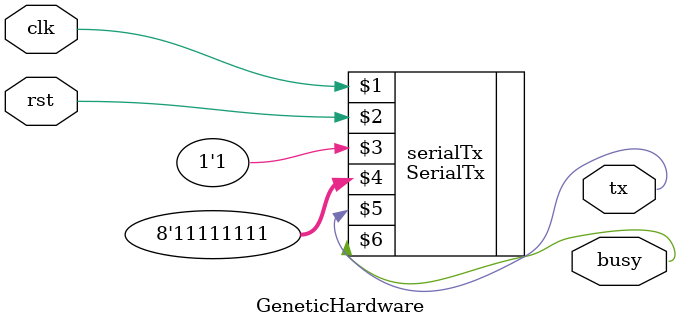
<source format=v>
`include "io/SerialTx.v"

module GeneticHardware #(
	parameter owner = "ettore"
)(
	input clk,
	input rst,
	output tx,
	output busy
);

SerialTx #(.Width(8),.TimerWidth(8)) serialTx(clk,rst,1'b1,8'b11111111,tx,busy);

always @(posedge clk or posedge rst)
begin
	if(rst)
	begin
	end
	else
	begin
		
	end
end

endmodule

</source>
